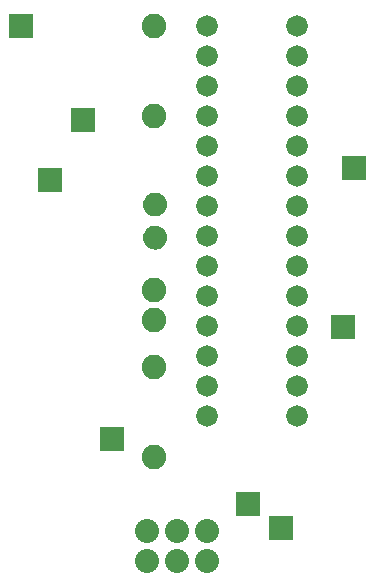
<source format=gbr>
G04 EAGLE Gerber RS-274X export*
G75*
%MOMM*%
%FSLAX34Y34*%
%LPD*%
%INSoldermask Bottom*%
%IPPOS*%
%AMOC8*
5,1,8,0,0,1.08239X$1,22.5*%
G01*
%ADD10C,2.032000*%
%ADD11C,2.082800*%
%ADD12C,1.828800*%
%ADD13R,2.003200X2.003200*%

G36*
X136377Y383693D02*
X136377Y383693D01*
X136449Y383691D01*
X138285Y383896D01*
X138331Y383910D01*
X138406Y383922D01*
X140167Y384482D01*
X140209Y384505D01*
X140281Y384531D01*
X141898Y385424D01*
X141936Y385454D01*
X142001Y385494D01*
X143413Y386685D01*
X143444Y386722D01*
X143500Y386774D01*
X144653Y388218D01*
X144676Y388260D01*
X144720Y388322D01*
X145569Y389963D01*
X145584Y390009D01*
X145615Y390078D01*
X146128Y391853D01*
X146133Y391901D01*
X146151Y391976D01*
X146307Y393816D01*
X146303Y393860D01*
X146307Y393925D01*
X146147Y395756D01*
X146134Y395802D01*
X146124Y395878D01*
X145610Y397642D01*
X145589Y397686D01*
X145564Y397758D01*
X144715Y399388D01*
X144686Y399426D01*
X144647Y399492D01*
X143497Y400925D01*
X143461Y400957D01*
X143410Y401014D01*
X142002Y402195D01*
X141961Y402219D01*
X141900Y402265D01*
X140288Y403149D01*
X140243Y403164D01*
X140174Y403198D01*
X138421Y403750D01*
X138374Y403756D01*
X138300Y403776D01*
X136473Y403976D01*
X136427Y403972D01*
X136358Y403978D01*
X134682Y403855D01*
X134639Y403844D01*
X134573Y403838D01*
X132943Y403427D01*
X132903Y403408D01*
X132839Y403390D01*
X131306Y402702D01*
X131269Y402677D01*
X131209Y402648D01*
X129819Y401704D01*
X129787Y401673D01*
X129733Y401635D01*
X128527Y400464D01*
X128501Y400428D01*
X128455Y400380D01*
X127471Y399018D01*
X127452Y398977D01*
X127415Y398923D01*
X126682Y397410D01*
X126670Y397367D01*
X126643Y397307D01*
X126185Y395690D01*
X126180Y395645D01*
X126164Y395581D01*
X125993Y393909D01*
X125997Y393861D01*
X125993Y393782D01*
X126159Y392110D01*
X126171Y392067D01*
X126180Y392002D01*
X126634Y390384D01*
X126653Y390343D01*
X126673Y390280D01*
X127401Y388766D01*
X127427Y388730D01*
X127457Y388671D01*
X128438Y387306D01*
X128470Y387275D01*
X128510Y387222D01*
X129712Y386048D01*
X129749Y386023D01*
X129797Y385978D01*
X131185Y385031D01*
X131226Y385013D01*
X131282Y384977D01*
X132813Y384285D01*
X132856Y384274D01*
X132917Y384248D01*
X134546Y383833D01*
X134590Y383830D01*
X134655Y383815D01*
X136330Y383689D01*
X136377Y383693D01*
G37*
G36*
X136377Y355702D02*
X136377Y355702D01*
X136449Y355700D01*
X138285Y355905D01*
X138331Y355919D01*
X138406Y355931D01*
X140167Y356491D01*
X140209Y356514D01*
X140281Y356540D01*
X141898Y357433D01*
X141936Y357463D01*
X142001Y357503D01*
X143413Y358694D01*
X143444Y358731D01*
X143500Y358783D01*
X144653Y360227D01*
X144676Y360269D01*
X144720Y360331D01*
X145569Y361972D01*
X145584Y362018D01*
X145615Y362087D01*
X146128Y363862D01*
X146133Y363910D01*
X146151Y363985D01*
X146307Y365825D01*
X146303Y365869D01*
X146307Y365934D01*
X146147Y367765D01*
X146134Y367811D01*
X146124Y367887D01*
X145610Y369651D01*
X145589Y369695D01*
X145564Y369767D01*
X144715Y371397D01*
X144686Y371435D01*
X144647Y371501D01*
X143497Y372934D01*
X143461Y372966D01*
X143410Y373023D01*
X142002Y374204D01*
X141961Y374228D01*
X141900Y374274D01*
X140288Y375158D01*
X140243Y375173D01*
X140174Y375207D01*
X138421Y375759D01*
X138374Y375765D01*
X138300Y375785D01*
X136473Y375985D01*
X136427Y375981D01*
X136358Y375987D01*
X134682Y375864D01*
X134639Y375853D01*
X134573Y375847D01*
X132943Y375436D01*
X132903Y375417D01*
X132839Y375399D01*
X131306Y374711D01*
X131269Y374686D01*
X131209Y374657D01*
X129819Y373713D01*
X129787Y373682D01*
X129733Y373644D01*
X128527Y372473D01*
X128501Y372437D01*
X128455Y372389D01*
X127471Y371027D01*
X127452Y370986D01*
X127415Y370932D01*
X126682Y369419D01*
X126670Y369376D01*
X126643Y369316D01*
X126185Y367699D01*
X126180Y367654D01*
X126164Y367590D01*
X125993Y365918D01*
X125997Y365870D01*
X125993Y365791D01*
X126159Y364119D01*
X126171Y364076D01*
X126180Y364011D01*
X126634Y362393D01*
X126653Y362352D01*
X126673Y362289D01*
X127401Y360775D01*
X127427Y360739D01*
X127457Y360680D01*
X128438Y359315D01*
X128470Y359284D01*
X128510Y359231D01*
X129712Y358057D01*
X129749Y358032D01*
X129797Y357987D01*
X131185Y357040D01*
X131226Y357022D01*
X131282Y356986D01*
X132813Y356294D01*
X132856Y356283D01*
X132917Y356257D01*
X134546Y355842D01*
X134590Y355839D01*
X134655Y355824D01*
X136330Y355698D01*
X136377Y355702D01*
G37*
D10*
X129300Y92000D03*
X154700Y92000D03*
X180100Y92000D03*
X180100Y117400D03*
X154700Y117400D03*
X129300Y117400D03*
D11*
X135500Y295800D03*
X135500Y321200D03*
X135700Y255900D03*
X135700Y179700D03*
X135700Y545000D03*
X135700Y468800D03*
D12*
X180200Y545300D03*
X180200Y519900D03*
X180200Y494500D03*
X180200Y469100D03*
X180200Y443700D03*
X180200Y418300D03*
X180200Y392900D03*
X180200Y367500D03*
X180200Y342100D03*
X180200Y316700D03*
X180200Y291300D03*
X180200Y265900D03*
X180200Y240500D03*
X180200Y215100D03*
X256400Y215100D03*
X256400Y240500D03*
X256400Y265900D03*
X256400Y291300D03*
X256400Y316700D03*
X256400Y342100D03*
X256400Y367500D03*
X256400Y392900D03*
X256400Y418300D03*
X256400Y443700D03*
X256400Y469100D03*
X256400Y494500D03*
X256400Y519900D03*
X256400Y545300D03*
D13*
X305000Y425000D03*
X75000Y465000D03*
X215000Y140000D03*
X100000Y195000D03*
X295000Y290000D03*
X47500Y415000D03*
X242500Y120000D03*
X22500Y545000D03*
M02*

</source>
